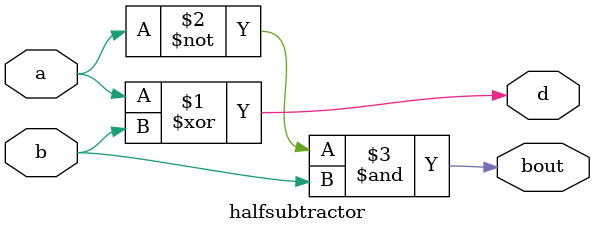
<source format=v>
module halfsubtractor(a,b,d,bout);
input a,b;
output d,bout;
assign d=a^b;
assign bout=~a&b;
endmodule

</source>
